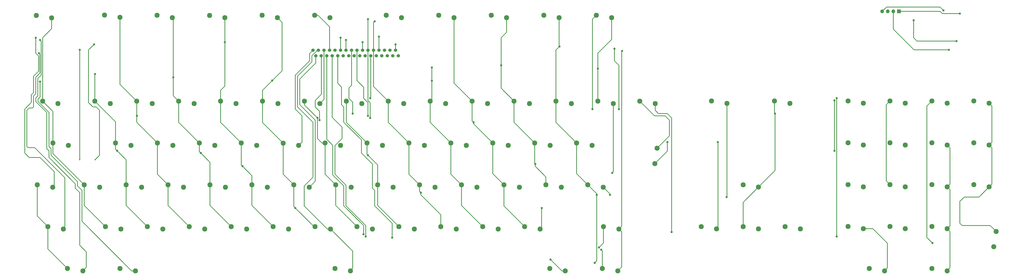
<source format=gbr>
%TF.GenerationSoftware,KiCad,Pcbnew,8.0.4*%
%TF.CreationDate,2024-08-13T11:23:36+10:00*%
%TF.ProjectId,A1200KBv2,41313230-304b-4427-9632-2e6b69636164,rev?*%
%TF.SameCoordinates,Original*%
%TF.FileFunction,Copper,L2,Bot*%
%TF.FilePolarity,Positive*%
%FSLAX46Y46*%
G04 Gerber Fmt 4.6, Leading zero omitted, Abs format (unit mm)*
G04 Created by KiCad (PCBNEW 8.0.4) date 2024-08-13 11:23:36*
%MOMM*%
%LPD*%
G01*
G04 APERTURE LIST*
%TA.AperFunction,ComponentPad*%
%ADD10C,2.300000*%
%TD*%
%TA.AperFunction,ComponentPad*%
%ADD11R,1.700000X1.700000*%
%TD*%
%TA.AperFunction,ComponentPad*%
%ADD12O,1.700000X1.700000*%
%TD*%
%TA.AperFunction,ComponentPad*%
%ADD13C,1.524000*%
%TD*%
%TA.AperFunction,ViaPad*%
%ADD14C,1.000000*%
%TD*%
%TA.AperFunction,ViaPad*%
%ADD15C,0.600000*%
%TD*%
%TA.AperFunction,Conductor*%
%ADD16C,0.300000*%
%TD*%
G04 APERTURE END LIST*
D10*
%TO.P,K60,1,COL*%
%TO.N,/25*%
X270232800Y-141020400D03*
%TO.P,K60,2,ROW*%
%TO.N,/3*%
X277232800Y-142070400D03*
%TD*%
%TO.P,K8,1,COL*%
%TO.N,/16*%
X84304800Y-102920400D03*
%TO.P,K8,2,ROW*%
%TO.N,/1*%
X91304800Y-103970400D03*
%TD*%
%TO.P,K56,1,COL*%
%TO.N,/26*%
X262014800Y-45813600D03*
%TO.P,K56,2,ROW*%
%TO.N,/7*%
X255014800Y-44763600D03*
%TD*%
%TO.P,K64,1,COL*%
%TO.N,/27*%
X293854800Y-102920400D03*
%TO.P,K64,2,ROW*%
%TO.N,/1*%
X300854800Y-103970400D03*
%TD*%
%TO.P,K68,1,COL*%
%TO.N,/28*%
X309766800Y-45813600D03*
%TO.P,K68,2,ROW*%
%TO.N,/7*%
X302766800Y-44763600D03*
%TD*%
%TO.P,K53,1,COL*%
%TO.N,/25*%
X255754800Y-102920400D03*
%TO.P,K53,2,ROW*%
%TO.N,/1*%
X262754800Y-103970400D03*
%TD*%
%TO.P,K81,1,COL*%
%TO.N,/26*%
X417158800Y-121872000D03*
%TO.P,K81,2,ROW*%
%TO.N,/4*%
X424158800Y-122922000D03*
%TD*%
%TO.P,K26,1,COL*%
%TO.N,/18*%
X136882800Y-141020400D03*
%TO.P,K26,2,ROW*%
%TO.N,/3*%
X143882800Y-142070400D03*
%TD*%
%TO.P,K41,1,COL*%
%TO.N,/21*%
X194032800Y-141020400D03*
%TO.P,K41,2,ROW*%
%TO.N,/3*%
X201032800Y-142070400D03*
%TD*%
%TO.P,K34,1,COL*%
%TO.N,/21*%
X170156800Y-83870400D03*
%TO.P,K34,2,ROW*%
%TO.N,/5*%
X177156800Y-84920400D03*
%TD*%
%TO.P,K13,1,COL*%
%TO.N,/17*%
X93956800Y-83870400D03*
%TO.P,K13,2,ROW*%
%TO.N,/5*%
X100956800Y-84920400D03*
%TD*%
%TO.P,K58,1,COL*%
%TO.N,/26*%
X274804800Y-102920400D03*
%TO.P,K58,2,ROW*%
%TO.N,/1*%
X281804800Y-103970400D03*
%TD*%
%TO.P,K52,1,COL*%
%TO.N,/25*%
X246356800Y-83870400D03*
%TO.P,K52,2,ROW*%
%TO.N,/5*%
X253356800Y-84920400D03*
%TD*%
%TO.P,K18,1,COL*%
%TO.N,/18*%
X113006800Y-83870400D03*
%TO.P,K18,2,ROW*%
%TO.N,/5*%
X120006800Y-84920400D03*
%TD*%
%TO.P,K88,1,COL*%
%TO.N,/24*%
X455258800Y-83772000D03*
%TO.P,K88,2,ROW*%
%TO.N,/7*%
X462258800Y-84822000D03*
%TD*%
%TO.P,K51,1,COL*%
%TO.N,/25*%
X238138800Y-45813600D03*
%TO.P,K51,2,ROW*%
%TO.N,/7*%
X231138800Y-44763600D03*
%TD*%
%TO.P,K12,1,COL*%
%TO.N,/30*%
X86336800Y-160070400D03*
%TO.P,K12,2,ROW*%
%TO.N,/14*%
X93336800Y-161120400D03*
%TD*%
%TO.P,K70,1,COL*%
%TO.N,/27*%
X298934800Y-121970400D03*
%TO.P,K70,2,ROW*%
%TO.N,/2*%
X305934800Y-123020400D03*
%TD*%
%TO.P,K2,1,COL*%
%TO.N,/15*%
X51128800Y-83870400D03*
%TO.P,K2,2,ROW*%
%TO.N,/5*%
X58128800Y-84920400D03*
%TD*%
%TO.P,K25,1,COL*%
%TO.N,/18*%
X127230800Y-121970400D03*
%TO.P,K25,2,ROW*%
%TO.N,/2*%
X134230800Y-123020400D03*
%TD*%
%TO.P,K17,1,COL*%
%TO.N,/18*%
X110122800Y-45813600D03*
%TO.P,K17,2,ROW*%
%TO.N,/7*%
X103122800Y-44763600D03*
%TD*%
%TO.P,K49,1,COL*%
%TO.N,/23*%
X222480800Y-121970400D03*
%TO.P,K49,2,ROW*%
%TO.N,/2*%
X229480800Y-123020400D03*
%TD*%
%TO.P,K24,1,COL*%
%TO.N,/19*%
X141454800Y-102920400D03*
%TO.P,K24,2,ROW*%
%TO.N,/1*%
X148454800Y-103970400D03*
%TD*%
%TO.P,K43,1,COL*%
%TO.N,/23*%
X208256800Y-83870400D03*
%TO.P,K43,2,ROW*%
%TO.N,/5*%
X215256800Y-84920400D03*
%TD*%
%TO.P,K47,1,COL*%
%TO.N,/24*%
X227306800Y-83870400D03*
%TO.P,K47,2,ROW*%
%TO.N,/5*%
X234306800Y-84920400D03*
%TD*%
%TO.P,K48,1,COL*%
%TO.N,/24*%
X236704800Y-102920400D03*
%TO.P,K48,2,ROW*%
%TO.N,/1*%
X243704800Y-103970400D03*
%TD*%
%TO.P,K69,1,COL*%
%TO.N,/28*%
X303506800Y-83870400D03*
%TO.P,K69,2,ROW*%
%TO.N,/5*%
X310506800Y-84920400D03*
%TD*%
%TO.P,K85,1,COL*%
%TO.N,/21*%
X436208800Y-102822000D03*
%TO.P,K85,2,ROW*%
%TO.N,/4*%
X443208800Y-103872000D03*
%TD*%
%TO.P,K35,1,COL*%
%TO.N,/21*%
X179554800Y-102920400D03*
%TO.P,K35,2,ROW*%
%TO.N,/1*%
X186554800Y-103970400D03*
%TD*%
%TO.P,K40,1,COL*%
%TO.N,/21*%
X184380800Y-121970400D03*
%TO.P,K40,2,ROW*%
%TO.N,/2*%
X191380800Y-123020400D03*
%TD*%
%TO.P,K37,1,COL*%
%TO.N,/20*%
X174982800Y-141020400D03*
%TO.P,K37,2,ROW*%
%TO.N,/3*%
X181982800Y-142070400D03*
%TD*%
%TO.P,K20,1,COL*%
%TO.N,/17*%
X108180800Y-121970400D03*
%TO.P,K20,2,ROW*%
%TO.N,/2*%
X115180800Y-123020400D03*
%TD*%
%TO.P,K75,1,COL*%
%TO.N,/5*%
X369480000Y-121919600D03*
%TO.P,K75,2,ROW*%
%TO.N,/29*%
X376480000Y-122969600D03*
%TD*%
%TO.P,K67,1,COL*%
%TO.N,/8*%
X305538800Y-160070400D03*
%TO.P,K67,2,ROW*%
%TO.N,/30*%
X312538800Y-161120400D03*
%TD*%
%TO.P,K7,1,COL*%
%TO.N,/16*%
X74906800Y-83870400D03*
%TO.P,K7,2,ROW*%
%TO.N,/5*%
X81906800Y-84920400D03*
%TD*%
%TO.P,K76,1,COL*%
%TO.N,/29*%
X369480000Y-140969600D03*
%TO.P,K76,2,ROW*%
%TO.N,/3*%
X376480000Y-142019600D03*
%TD*%
%TO.P,K5,1,COL*%
%TO.N,/30*%
X53570800Y-141020400D03*
%TO.P,K5,2,ROW*%
%TO.N,/12*%
X60570800Y-142070400D03*
%TD*%
%TO.P,K9,1,COL*%
%TO.N,/15*%
X70080800Y-121970400D03*
%TO.P,K9,2,ROW*%
%TO.N,/2*%
X77080800Y-123020400D03*
%TD*%
%TO.P,K71,1,COL*%
%TO.N,/1*%
X329345800Y-112297400D03*
%TO.P,K71,2,ROW*%
%TO.N,/28*%
X330395800Y-105297400D03*
%TD*%
%TO.P,K77,1,COL*%
%TO.N,/29*%
X383754000Y-83805600D03*
%TO.P,K77,2,ROW*%
%TO.N,/7*%
X390754000Y-84855600D03*
%TD*%
%TO.P,K31,1,COL*%
%TO.N,/19*%
X155932800Y-141020400D03*
%TO.P,K31,2,ROW*%
%TO.N,/3*%
X162932800Y-142070400D03*
%TD*%
%TO.P,K19,1,COL*%
%TO.N,/18*%
X122404800Y-102920400D03*
%TO.P,K19,2,ROW*%
%TO.N,/1*%
X129404800Y-103970400D03*
%TD*%
%TO.P,K73,1,COL*%
%TO.N,/29*%
X350430000Y-140969600D03*
%TO.P,K73,2,ROW*%
%TO.N,/1*%
X357430000Y-142019600D03*
%TD*%
%TO.P,K32,1,COL*%
%TO.N,/27*%
X184000050Y-160070400D03*
%TO.P,K32,2,ROW*%
%TO.N,/3*%
X191000050Y-161120400D03*
%TD*%
%TO.P,K86,1,COL*%
%TO.N,/22*%
X436208800Y-121872000D03*
%TO.P,K86,2,ROW*%
%TO.N,/4*%
X443208800Y-122922000D03*
%TD*%
%TO.P,K90,1,COL*%
%TO.N,/18*%
X455258800Y-121872000D03*
%TO.P,K90,2,ROW*%
%TO.N,/4*%
X462258800Y-122922000D03*
%TD*%
%TO.P,K57,1,COL*%
%TO.N,/26*%
X265406800Y-83870400D03*
%TO.P,K57,2,ROW*%
%TO.N,/5*%
X272406800Y-84920400D03*
%TD*%
%TO.P,K59,1,COL*%
%TO.N,/25*%
X260834800Y-121970400D03*
%TO.P,K59,2,ROW*%
%TO.N,/2*%
X267834800Y-123020400D03*
%TD*%
%TO.P,K15,1,COL*%
%TO.N,/16*%
X89130800Y-121970400D03*
%TO.P,K15,2,ROW*%
%TO.N,/2*%
X96130800Y-123020400D03*
%TD*%
%TO.P,K33,1,COL*%
%TO.N,/21*%
X181750800Y-45813600D03*
%TO.P,K33,2,ROW*%
%TO.N,/7*%
X174750800Y-44763600D03*
%TD*%
%TO.P,K29,1,COL*%
%TO.N,/20*%
X160504800Y-102999200D03*
%TO.P,K29,2,ROW*%
%TO.N,/1*%
X167504800Y-104049200D03*
%TD*%
%TO.P,K16,1,COL*%
%TO.N,/16*%
X98782800Y-141020400D03*
%TO.P,K16,2,ROW*%
%TO.N,/3*%
X105782800Y-142070400D03*
%TD*%
%TO.P,K93,1,COL*%
%TO.N,/15*%
X474308800Y-83772000D03*
%TO.P,K93,2,ROW*%
%TO.N,/4*%
X481308800Y-84822000D03*
%TD*%
%TO.P,K54,1,COL*%
%TO.N,/24*%
X241530800Y-121970400D03*
%TO.P,K54,2,ROW*%
%TO.N,/2*%
X248530800Y-123020400D03*
%TD*%
%TO.P,K28,1,COL*%
%TO.N,/20*%
X151106800Y-83870400D03*
%TO.P,K28,2,ROW*%
%TO.N,/5*%
X158106800Y-84920400D03*
%TD*%
%TO.P,K27,1,COL*%
%TO.N,/20*%
X157874800Y-45813600D03*
%TO.P,K27,2,ROW*%
%TO.N,/7*%
X150874800Y-44763600D03*
%TD*%
%TO.P,K11,1,COL*%
%TO.N,/17*%
X86307200Y-45698400D03*
%TO.P,K11,2,ROW*%
%TO.N,/7*%
X79307200Y-44648400D03*
%TD*%
%TO.P,K55,1,COL*%
%TO.N,/24*%
X251176800Y-141042400D03*
%TO.P,K55,2,ROW*%
%TO.N,/3*%
X258176800Y-142092400D03*
%TD*%
%TO.P,K4,1,COL*%
%TO.N,/30*%
X48744800Y-121970400D03*
%TO.P,K4,2,ROW*%
%TO.N,/11*%
X55744800Y-123020400D03*
%TD*%
%TO.P,K92,1,COL*%
%TO.N,/20*%
X455258800Y-160070400D03*
%TO.P,K92,2,ROW*%
%TO.N,/4*%
X462258800Y-161120400D03*
%TD*%
%TO.P,K10,1,COL*%
%TO.N,/15*%
X79732800Y-141020400D03*
%TO.P,K10,2,ROW*%
%TO.N,/3*%
X86732800Y-142070400D03*
%TD*%
%TO.P,K95,1,COL*%
%TO.N,/16*%
X474308800Y-121872000D03*
%TO.P,K95,2,ROW*%
%TO.N,/4*%
X481308800Y-122922000D03*
%TD*%
%TO.P,K65,1,COL*%
%TO.N,/26*%
X279884800Y-121970400D03*
%TO.P,K65,2,ROW*%
%TO.N,/2*%
X286884800Y-123020400D03*
%TD*%
%TO.P,K21,1,COL*%
%TO.N,/17*%
X117832800Y-141020400D03*
%TO.P,K21,2,ROW*%
%TO.N,/3*%
X124832800Y-142070400D03*
%TD*%
%TO.P,K74,1,COL*%
%TO.N,/28*%
X355158000Y-83805600D03*
%TO.P,K74,2,ROW*%
%TO.N,/2*%
X362158000Y-84855600D03*
%TD*%
%TO.P,K39,1,COL*%
%TO.N,/22*%
X198604800Y-102920400D03*
%TO.P,K39,2,ROW*%
%TO.N,/1*%
X205604800Y-103970400D03*
%TD*%
%TO.P,K23,1,COL*%
%TO.N,/19*%
X132056800Y-83870400D03*
%TO.P,K23,2,ROW*%
%TO.N,/5*%
X139056800Y-84920400D03*
%TD*%
%TO.P,K82,1,COL*%
%TO.N,/27*%
X417158800Y-140922000D03*
%TO.P,K82,2,ROW*%
%TO.N,/4*%
X424158800Y-141972000D03*
%TD*%
%TO.P,K87,1,COL*%
%TO.N,/23*%
X436208800Y-140922000D03*
%TO.P,K87,2,ROW*%
%TO.N,/4*%
X443208800Y-141972000D03*
%TD*%
%TO.P,K61,1,COL*%
%TO.N,/30*%
X281662800Y-160070400D03*
%TO.P,K61,2,ROW*%
%TO.N,/10*%
X288662800Y-161120400D03*
%TD*%
%TO.P,K66,1,COL*%
%TO.N,/6*%
X306046800Y-141020400D03*
%TO.P,K66,2,ROW*%
%TO.N,/30*%
X313046800Y-142070400D03*
%TD*%
%TO.P,K78,1,COL*%
%TO.N,/29*%
X388530000Y-140969600D03*
%TO.P,K78,2,ROW*%
%TO.N,/2*%
X395530000Y-142019600D03*
%TD*%
%TO.P,K80,1,COL*%
%TO.N,/25*%
X417158800Y-102822000D03*
%TO.P,K80,2,ROW*%
%TO.N,/4*%
X424158800Y-103872000D03*
%TD*%
%TO.P,K63,1,COL*%
%TO.N,/27*%
X284456800Y-83870400D03*
%TO.P,K63,2,ROW*%
%TO.N,/5*%
X291456800Y-84920400D03*
%TD*%
%TO.P,K22,1,COL*%
%TO.N,/19*%
X133998800Y-45841600D03*
%TO.P,K22,2,ROW*%
%TO.N,/7*%
X126998800Y-44791600D03*
%TD*%
%TO.P,K38,1,COL*%
%TO.N,/22*%
X189206800Y-83870400D03*
%TO.P,K38,2,ROW*%
%TO.N,/5*%
X196206800Y-84920400D03*
%TD*%
%TO.P,K14,1,COL*%
%TO.N,/17*%
X103354800Y-102920400D03*
%TO.P,K14,2,ROW*%
%TO.N,/1*%
X110354800Y-103970400D03*
%TD*%
%TO.P,K96,1,COL*%
%TO.N,/24*%
X483408800Y-150174000D03*
%TO.P,K96,2,ROW*%
%TO.N,/4*%
X484458800Y-143174000D03*
%TD*%
%TO.P,K83,1,COL*%
%TO.N,/28*%
X426810800Y-160070400D03*
%TO.P,K83,2,ROW*%
%TO.N,/4*%
X433810800Y-161120400D03*
%TD*%
%TO.P,K36,1,COL*%
%TO.N,/20*%
X165330800Y-121970400D03*
%TO.P,K36,2,ROW*%
%TO.N,/2*%
X172330800Y-123020400D03*
%TD*%
%TO.P,K42,1,COL*%
%TO.N,/23*%
X214256800Y-45813600D03*
%TO.P,K42,2,ROW*%
%TO.N,/7*%
X207256800Y-44763600D03*
%TD*%
%TO.P,K44,1,COL*%
%TO.N,/23*%
X217654800Y-102920400D03*
%TO.P,K44,2,ROW*%
%TO.N,/1*%
X224654800Y-103970400D03*
%TD*%
%TO.P,K84,1,COL*%
%TO.N,/22*%
X436208800Y-83772000D03*
%TO.P,K84,2,ROW*%
%TO.N,/7*%
X443208800Y-84822000D03*
%TD*%
%TO.P,K94,1,COL*%
%TO.N,/29*%
X474308800Y-102822000D03*
%TO.P,K94,2,ROW*%
%TO.N,/4*%
X481308800Y-103872000D03*
%TD*%
%TO.P,K50,1,COL*%
%TO.N,/23*%
X232136800Y-141022400D03*
%TO.P,K50,2,ROW*%
%TO.N,/3*%
X239136800Y-142072400D03*
%TD*%
%TO.P,K46,1,COL*%
%TO.N,/22*%
X213082800Y-141020400D03*
%TO.P,K46,2,ROW*%
%TO.N,/3*%
X220082800Y-142070400D03*
%TD*%
%TO.P,K89,1,COL*%
%TO.N,/17*%
X455258800Y-102822000D03*
%TO.P,K89,2,ROW*%
%TO.N,/4*%
X462258800Y-103872000D03*
%TD*%
%TO.P,K62,1,COL*%
%TO.N,/27*%
X285890800Y-45813600D03*
%TO.P,K62,2,ROW*%
%TO.N,/7*%
X278890800Y-44763600D03*
%TD*%
%TO.P,K45,1,COL*%
%TO.N,/22*%
X203430800Y-121970400D03*
%TO.P,K45,2,ROW*%
%TO.N,/2*%
X210430800Y-123020400D03*
%TD*%
%TO.P,K91,1,COL*%
%TO.N,/19*%
X455258800Y-140922000D03*
%TO.P,K91,2,ROW*%
%TO.N,/4*%
X462258800Y-141972000D03*
%TD*%
%TO.P,K30,1,COL*%
%TO.N,/19*%
X146280800Y-121970400D03*
%TO.P,K30,2,ROW*%
%TO.N,/2*%
X153280800Y-123020400D03*
%TD*%
%TO.P,K6,1,COL*%
%TO.N,/30*%
X62460800Y-160070400D03*
%TO.P,K6,2,ROW*%
%TO.N,/13*%
X69460800Y-161120400D03*
%TD*%
%TO.P,K79,1,COL*%
%TO.N,/16*%
X417158800Y-83772000D03*
%TO.P,K79,2,ROW*%
%TO.N,/7*%
X424158800Y-84822000D03*
%TD*%
%TO.P,K1,1,COL*%
%TO.N,/15*%
X55258800Y-45911600D03*
%TO.P,K1,2,ROW*%
%TO.N,/7*%
X48258800Y-44861600D03*
%TD*%
D11*
%TO.P,J2,1,Pin_1*%
%TO.N,Net-(D8-K)*%
X440300000Y-43000000D03*
D12*
%TO.P,J2,2,Pin_2*%
%TO.N,/LEDs/PWRLED*%
X437760000Y-43000000D03*
%TO.P,J2,3,Pin_3*%
%TO.N,Net-(J2-Pin_3)*%
X435220000Y-43000000D03*
%TO.P,J2,4,Pin_4*%
%TO.N,Net-(J2-Pin_4)*%
X432680000Y-43000000D03*
%TD*%
D10*
%TO.P,K72,1,COL*%
%TO.N,/28*%
X322556800Y-83870400D03*
%TO.P,K72,2,ROW*%
%TO.N,/3*%
X329556800Y-84920400D03*
%TD*%
%TO.P,K3,1,COL*%
%TO.N,/15*%
X55856800Y-102920400D03*
%TO.P,K3,2,ROW*%
%TO.N,/1*%
X62856800Y-103970400D03*
%TD*%
D13*
%TO.P,J1,1,Pin_1*%
%TO.N,/1*%
X174014800Y-60660100D03*
%TO.P,J1,2,Pin_2*%
%TO.N,/2*%
X175264800Y-63160100D03*
%TO.P,J1,3,Pin_3*%
%TO.N,/3*%
X176514800Y-60660100D03*
%TO.P,J1,4,Pin_4*%
%TO.N,/4*%
X177764800Y-63160100D03*
%TO.P,J1,5,Pin_5*%
%TO.N,/5*%
X179014800Y-60660100D03*
%TO.P,J1,6,Pin_6*%
%TO.N,/6*%
X180264800Y-63160100D03*
%TO.P,J1,7,Pin_7*%
%TO.N,/7*%
X181514800Y-60660100D03*
%TO.P,J1,8,Pin_8*%
%TO.N,/8*%
X182764800Y-63160100D03*
%TO.P,J1,9,Pin_9*%
%TO.N,VCC*%
X184014800Y-60660100D03*
%TO.P,J1,10,Pin_10*%
%TO.N,/10*%
X185264800Y-63160100D03*
%TO.P,J1,11,Pin_11*%
%TO.N,/11*%
X186514800Y-60660100D03*
%TO.P,J1,12,Pin_12*%
%TO.N,/12*%
X187764800Y-63160100D03*
%TO.P,J1,13,Pin_13*%
%TO.N,/13*%
X189014800Y-60660100D03*
%TO.P,J1,14,Pin_14*%
%TO.N,/14*%
X190264800Y-63160100D03*
%TO.P,J1,15,Pin_15*%
%TO.N,/15*%
X191514800Y-60660100D03*
%TO.P,J1,16,Pin_16*%
%TO.N,/16*%
X192764800Y-63160100D03*
%TO.P,J1,17,Pin_17*%
%TO.N,/17*%
X194014800Y-60660100D03*
%TO.P,J1,18,Pin_18*%
%TO.N,/18*%
X195264800Y-63160100D03*
%TO.P,J1,19,Pin_19*%
%TO.N,/19*%
X196514800Y-60660100D03*
%TO.P,J1,20,Pin_20*%
%TO.N,/20*%
X197764800Y-63160100D03*
%TO.P,J1,21,Pin_21*%
%TO.N,/21*%
X199014800Y-60660100D03*
%TO.P,J1,22,Pin_22*%
%TO.N,/22*%
X200264800Y-63160100D03*
%TO.P,J1,23,Pin_23*%
%TO.N,/23*%
X201514800Y-60660100D03*
%TO.P,J1,24,Pin_24*%
%TO.N,/24*%
X202764800Y-63160100D03*
%TO.P,J1,25,Pin_25*%
%TO.N,/25*%
X204014800Y-60660100D03*
%TO.P,J1,26,Pin_26*%
%TO.N,/26*%
X205264800Y-63160100D03*
%TO.P,J1,27,Pin_27*%
%TO.N,/27*%
X206514800Y-60660100D03*
%TO.P,J1,28,Pin_28*%
%TO.N,/28*%
X207764800Y-63160100D03*
%TO.P,J1,29,Pin_29*%
%TO.N,/29*%
X209014800Y-60660100D03*
%TO.P,J1,30,Pin_30*%
%TO.N,/30*%
X210264800Y-63160100D03*
%TO.P,J1,31,Pin_31*%
%TO.N,{slash}CAPSLOCK*%
X211514800Y-60660100D03*
%TO.P,J1,32,Pin_32*%
%TO.N,unconnected-(J1-Pin_32-Pad32)*%
X212764800Y-63160100D03*
%TD*%
D14*
%TO.N,/7*%
X301014800Y-87503600D03*
%TO.N,/15*%
X192014800Y-89503600D03*
%TO.N,/5*%
X310014800Y-116503600D03*
%TO.N,/1*%
X358014800Y-102503600D03*
X335014800Y-102503600D03*
%TO.N,/30*%
X314500000Y-61000000D03*
%TO.N,/11*%
X186514800Y-55003600D03*
X48000000Y-55000000D03*
%TO.N,/12*%
X49500000Y-62000000D03*
%TO.N,/13*%
X50000000Y-56003600D03*
X189014800Y-56003600D03*
%TO.N,/16*%
X411014800Y-83503600D03*
X75000000Y-71500000D03*
X411014800Y-106503600D03*
X85014800Y-106503600D03*
%TO.N,/2*%
X309014800Y-126503600D03*
X362014800Y-127503600D03*
%TO.N,/3*%
X337014800Y-143503600D03*
X278014800Y-132503600D03*
%TO.N,/17*%
X199014800Y-90503600D03*
X94014800Y-90503600D03*
%TO.N,/14*%
X50000000Y-75000000D03*
%TO.N,/18*%
X110500000Y-73000000D03*
X123014800Y-107503600D03*
%TO.N,/19*%
X142014800Y-113503600D03*
X134014800Y-57003600D03*
X196514800Y-57003600D03*
%TO.N,/20*%
X155500000Y-74500000D03*
X166014800Y-132503600D03*
%TO.N,/27*%
X303000000Y-126500000D03*
X302014800Y-157503600D03*
X286000000Y-59000000D03*
%TO.N,/21*%
X200014800Y-91503600D03*
X199014800Y-46503600D03*
X176014800Y-91503600D03*
%TO.N,/22*%
X199014800Y-108503600D03*
X200014800Y-82503600D03*
%TO.N,/23*%
X223014800Y-125503600D03*
X202014800Y-47503600D03*
%TO.N,/24*%
X228014800Y-74503600D03*
X455500000Y-148500000D03*
X228014800Y-68503600D03*
%TO.N,/25*%
X204014800Y-54503600D03*
X247014800Y-93503600D03*
%TO.N,/26*%
X275014800Y-112503600D03*
X259500000Y-67503600D03*
%TO.N,/10*%
X282000000Y-156000000D03*
X210000000Y-146000000D03*
%TO.N,/6*%
X197000000Y-144500000D03*
X304014800Y-150503600D03*
%TO.N,/8*%
X198000000Y-145500000D03*
X305014800Y-151503600D03*
%TO.N,/28*%
X303500000Y-69000000D03*
X412014800Y-82503600D03*
X412014800Y-145503600D03*
%TO.N,/29*%
X384014800Y-89503600D03*
X311000000Y-60000000D03*
X313014800Y-87503600D03*
%TO.N,/4*%
X177014800Y-92503600D03*
%TO.N,Net-(D8-K)*%
X468000000Y-44000000D03*
%TO.N,Net-(D6-K)*%
X466500000Y-56500000D03*
X447000000Y-47000000D03*
D15*
%TO.N,{slash}CAPSLOCK*%
X75014800Y-110503600D03*
D14*
X74514800Y-58003600D03*
X211514800Y-58003600D03*
%TO.N,Net-(J2-Pin_4)*%
X460500000Y-42500000D03*
%TO.N,/LEDs/PWRLED*%
X463000000Y-60500000D03*
%TO.N,VCC*%
X68014800Y-60503600D03*
D15*
X68014800Y-110503600D03*
%TD*%
D16*
%TO.N,/7*%
X181514800Y-50003600D02*
X176274800Y-44763600D01*
X176274800Y-44763600D02*
X174750800Y-44763600D01*
X301014800Y-46515600D02*
X302766800Y-44763600D01*
X301014800Y-87503600D02*
X301014800Y-46515600D01*
X181514800Y-60660100D02*
X181514800Y-50003600D01*
%TO.N,/15*%
X55258800Y-50843149D02*
X51128800Y-54973149D01*
X55856800Y-107746400D02*
X70080800Y-121970400D01*
X190331800Y-77813851D02*
X190331800Y-82591236D01*
X191514800Y-76630851D02*
X190331800Y-77813851D01*
X70080800Y-131368400D02*
X79732800Y-141020400D01*
X55856800Y-102920400D02*
X55856800Y-107746400D01*
X190331800Y-82591236D02*
X192014800Y-84274236D01*
X70080800Y-121970400D02*
X70080800Y-131368400D01*
X191514800Y-60660100D02*
X191514800Y-76630851D01*
X51128800Y-83870400D02*
X55856800Y-88598400D01*
X51128800Y-54973149D02*
X51128800Y-83870400D01*
X55258800Y-45911600D02*
X55258800Y-50843149D01*
X55856800Y-88598400D02*
X55856800Y-102920400D01*
X192014800Y-84274236D02*
X192014800Y-89503600D01*
%TO.N,/5*%
X310506800Y-116011600D02*
X310014800Y-116503600D01*
X310506800Y-84920400D02*
X310506800Y-116011600D01*
X179014800Y-83062400D02*
X177156800Y-84920400D01*
X179014800Y-60660100D02*
X179014800Y-83062400D01*
%TO.N,/1*%
X167504800Y-104049200D02*
X169014800Y-102539200D01*
X172514800Y-62160100D02*
X174014800Y-60660100D01*
X329345800Y-112297400D02*
X335014800Y-106628400D01*
X358105000Y-141344600D02*
X357430000Y-142019600D01*
X172514800Y-65503600D02*
X172514800Y-62160100D01*
X166014800Y-87503600D02*
X166014800Y-72003600D01*
X358105000Y-102593800D02*
X358105000Y-141344600D01*
X358014800Y-102503600D02*
X358105000Y-102593800D01*
X169014800Y-90503600D02*
X166014800Y-87503600D01*
X169014800Y-102539200D02*
X169014800Y-90503600D01*
X166014800Y-72003600D02*
X172514800Y-65503600D01*
X335014800Y-106628400D02*
X335014800Y-102503600D01*
%TO.N,/30*%
X53570800Y-141020400D02*
X53570800Y-151180400D01*
X313046800Y-142070400D02*
X314296799Y-140820401D01*
X314296799Y-61203201D02*
X314500000Y-61000000D01*
X314296799Y-140820401D02*
X314296799Y-61203201D01*
X314296799Y-143320399D02*
X314296799Y-159362401D01*
X313046800Y-142070400D02*
X314296799Y-143320399D01*
X53570800Y-151180400D02*
X62460800Y-160070400D01*
X314296799Y-159362401D02*
X312538800Y-161120400D01*
X48744800Y-121970400D02*
X48744800Y-136194400D01*
X48744800Y-136194400D02*
X53570800Y-141020400D01*
%TO.N,/11*%
X46014800Y-84485200D02*
X43000000Y-87500000D01*
X46014800Y-80985200D02*
X46014800Y-84485200D01*
X47000000Y-72500000D02*
X47000000Y-80000000D01*
X49300000Y-70200000D02*
X47000000Y-72500000D01*
X43000000Y-107488800D02*
X45014800Y-109503600D01*
X47000000Y-80000000D02*
X46014800Y-80985200D01*
X48000000Y-55000000D02*
X48000000Y-62000000D01*
X56419800Y-115908600D02*
X56419800Y-122345400D01*
X186514800Y-60660100D02*
X186514800Y-55003600D01*
X50014800Y-109503600D02*
X56419800Y-115908600D01*
X49300000Y-63300000D02*
X49300000Y-70200000D01*
X45014800Y-109503600D02*
X50014800Y-109503600D01*
X56419800Y-122345400D02*
X55744800Y-123020400D01*
X43000000Y-87500000D02*
X43000000Y-107488800D01*
X48000000Y-62000000D02*
X49300000Y-63300000D01*
%TO.N,/12*%
X47014800Y-86485200D02*
X47014800Y-82014800D01*
X60570800Y-142070400D02*
X61245800Y-141395400D01*
X44000000Y-104500000D02*
X44000000Y-88000000D01*
X47000000Y-81500000D02*
X48000000Y-80500000D01*
X44500000Y-105000000D02*
X44000000Y-104500000D01*
X61245800Y-141395400D02*
X61245800Y-118734600D01*
X47014800Y-82014800D02*
X47000000Y-82000000D01*
X61245800Y-118734600D02*
X47511200Y-105000000D01*
X48000000Y-73000000D02*
X49900000Y-71100000D01*
X44000000Y-88000000D02*
X45000000Y-87000000D01*
X47511200Y-105000000D02*
X44500000Y-105000000D01*
X47000000Y-82000000D02*
X47000000Y-81500000D01*
X48000000Y-80500000D02*
X48000000Y-73000000D01*
X49900000Y-62400000D02*
X49500000Y-62000000D01*
X45000000Y-87000000D02*
X46500000Y-87000000D01*
X49900000Y-71100000D02*
X49900000Y-62400000D01*
X46500000Y-87000000D02*
X47014800Y-86485200D01*
%TO.N,/13*%
X54014800Y-109503600D02*
X66014800Y-121503600D01*
X48000000Y-83000000D02*
X48014800Y-83014800D01*
X68014800Y-149503600D02*
X71014800Y-152503600D01*
X66014800Y-121503600D02*
X66014800Y-123503600D01*
X49000000Y-81500000D02*
X48000000Y-82500000D01*
X50003600Y-56003600D02*
X50500000Y-56500000D01*
X54014800Y-106503600D02*
X54014800Y-109503600D01*
X50000000Y-56003600D02*
X50003600Y-56003600D01*
X48014800Y-84014800D02*
X53014800Y-89014800D01*
X53014800Y-89014800D02*
X53014800Y-105503600D01*
X66014800Y-123503600D02*
X68014800Y-125503600D01*
X49000000Y-73500000D02*
X49000000Y-81500000D01*
X48014800Y-83014800D02*
X48014800Y-84014800D01*
X71014800Y-152503600D02*
X71014800Y-159566400D01*
X50500000Y-72000000D02*
X49000000Y-73500000D01*
X189014800Y-60660100D02*
X189014800Y-56003600D01*
X53014800Y-105503600D02*
X54014800Y-106503600D01*
X71014800Y-159566400D02*
X69460800Y-161120400D01*
X48000000Y-82500000D02*
X48000000Y-83000000D01*
X50500000Y-56500000D02*
X50500000Y-72000000D01*
X68014800Y-125503600D02*
X68014800Y-149503600D01*
%TO.N,/16*%
X411014800Y-83503600D02*
X411014800Y-106503600D01*
X74906800Y-83870400D02*
X84304800Y-93268400D01*
X89130800Y-121970400D02*
X89130800Y-131368400D01*
X85014800Y-106503600D02*
X89130800Y-110619600D01*
X89130800Y-131368400D02*
X98782800Y-141020400D01*
X84304800Y-105793600D02*
X85014800Y-106503600D01*
X89130800Y-110619600D02*
X89130800Y-121970400D01*
X84304800Y-93268400D02*
X84304800Y-102920400D01*
X84304800Y-102920400D02*
X84304800Y-105793600D01*
X74906800Y-83870400D02*
X74906800Y-71593200D01*
X74906800Y-71593200D02*
X75000000Y-71500000D01*
%TO.N,/2*%
X309014800Y-126100400D02*
X305934800Y-123020400D01*
X175014800Y-92503600D02*
X175014800Y-120336400D01*
X168014800Y-73753600D02*
X168014800Y-85503600D01*
X362158000Y-127360400D02*
X362014800Y-127503600D01*
X175014800Y-120336400D02*
X172330800Y-123020400D01*
X175264800Y-66503600D02*
X168014800Y-73753600D01*
X168014800Y-85503600D02*
X175014800Y-92503600D01*
X362158000Y-84855600D02*
X362158000Y-127360400D01*
X175264800Y-66503600D02*
X175264800Y-63160100D01*
X309014800Y-126503600D02*
X309014800Y-126100400D01*
%TO.N,/3*%
X167014800Y-86503600D02*
X174014800Y-93503600D01*
X337014800Y-91503600D02*
X337014800Y-143503600D01*
X181982800Y-142070400D02*
X192014800Y-152102400D01*
X329556800Y-88045600D02*
X331014800Y-89503600D01*
X192014800Y-152102400D02*
X192014800Y-159978400D01*
X174014800Y-93503600D02*
X174014800Y-118503600D01*
X174014800Y-118503600D02*
X170014800Y-122503600D01*
X176050773Y-60660100D02*
X173514800Y-63196073D01*
X176514800Y-60660100D02*
X176050773Y-60660100D01*
X173514800Y-66003600D02*
X167014800Y-72503600D01*
X278014800Y-132503600D02*
X277907800Y-132610600D01*
X329556800Y-84920400D02*
X329556800Y-88045600D01*
X331014800Y-89503600D02*
X335014800Y-89503600D01*
X173514800Y-63196073D02*
X173514800Y-66003600D01*
X170014800Y-122503600D02*
X170014800Y-131583949D01*
X277907800Y-141395400D02*
X277232800Y-142070400D01*
X180501251Y-142070400D02*
X181982800Y-142070400D01*
X192014800Y-159978400D02*
X190872800Y-161120400D01*
X170014800Y-131583949D02*
X180501251Y-142070400D01*
X167014800Y-72503600D02*
X167014800Y-86503600D01*
X335014800Y-89503600D02*
X337014800Y-91503600D01*
X277907800Y-132610600D02*
X277907800Y-141395400D01*
%TO.N,/17*%
X197014800Y-77503600D02*
X194014800Y-74503600D01*
X93956800Y-93522400D02*
X103354800Y-102920400D01*
X93956800Y-83870400D02*
X93956800Y-93522400D01*
X199014800Y-84503600D02*
X197014800Y-82503600D01*
X199014800Y-90503600D02*
X199014800Y-84503600D01*
X197014800Y-82503600D02*
X197014800Y-77503600D01*
X103354800Y-102920400D02*
X103354800Y-117144400D01*
X103354800Y-117144400D02*
X108180800Y-121970400D01*
X86307200Y-45698400D02*
X86307200Y-76220800D01*
X86307200Y-76220800D02*
X93956800Y-83870400D01*
X108180800Y-121970400D02*
X108180800Y-131368400D01*
X194014800Y-74503600D02*
X194014800Y-60660100D01*
X108180800Y-131368400D02*
X117832800Y-141020400D01*
%TO.N,/14*%
X67014800Y-122503600D02*
X69014800Y-124503600D01*
X91569034Y-161120400D02*
X93336800Y-161120400D01*
X55014800Y-108503600D02*
X67014800Y-120503600D01*
X55014800Y-105503600D02*
X55014800Y-108503600D01*
X50000000Y-82000000D02*
X49014800Y-82985200D01*
X50000000Y-75000000D02*
X50000000Y-82000000D01*
X50466058Y-85470400D02*
X50470400Y-85470400D01*
X49014800Y-84019142D02*
X50466058Y-85470400D01*
X69014800Y-124503600D02*
X69014800Y-138566166D01*
X69014800Y-138566166D02*
X91569034Y-161120400D01*
X50470400Y-85470400D02*
X54014800Y-89014800D01*
X54014800Y-104503600D02*
X55014800Y-105503600D01*
X54014800Y-89014800D02*
X54014800Y-104503600D01*
X49014800Y-82985200D02*
X49014800Y-84019142D01*
X67014800Y-120503600D02*
X67014800Y-122503600D01*
%TO.N,/18*%
X127230800Y-111719600D02*
X127230800Y-121970400D01*
X127230800Y-131368400D02*
X136882800Y-141020400D01*
X113006800Y-83870400D02*
X110500000Y-81363600D01*
X122404800Y-106893600D02*
X123014800Y-107503600D01*
X110500000Y-81363600D02*
X110500000Y-73000000D01*
X113006800Y-93522400D02*
X122404800Y-102920400D01*
X113006800Y-83870400D02*
X113006800Y-93522400D01*
X110500000Y-46190800D02*
X110122800Y-45813600D01*
X123014800Y-107503600D02*
X127230800Y-111719600D01*
X110500000Y-73000000D02*
X110500000Y-46190800D01*
X127230800Y-121970400D02*
X127230800Y-131368400D01*
X122404800Y-102920400D02*
X122404800Y-106893600D01*
%TO.N,/19*%
X141454800Y-102920400D02*
X141454800Y-112943600D01*
X146280800Y-131368400D02*
X155932800Y-141020400D01*
X132056800Y-78938851D02*
X132056800Y-83870400D01*
X196514800Y-60660100D02*
X196514800Y-57003600D01*
X132056800Y-93522400D02*
X141454800Y-102920400D01*
X141454800Y-112943600D02*
X142014800Y-113503600D01*
X146280800Y-121970400D02*
X146280800Y-131368400D01*
X142014800Y-113503600D02*
X146280800Y-117769600D01*
X132056800Y-83870400D02*
X132056800Y-93522400D01*
X133998800Y-45841600D02*
X133998800Y-76996851D01*
X133998800Y-76996851D02*
X132056800Y-78938851D01*
X146280800Y-117769600D02*
X146280800Y-121970400D01*
%TO.N,/20*%
X174531600Y-141020400D02*
X174982800Y-141020400D01*
X151106800Y-78938851D02*
X160000000Y-70045651D01*
X160000000Y-47938800D02*
X157874800Y-45813600D01*
X151106800Y-83870400D02*
X151106800Y-78938851D01*
X166014800Y-132503600D02*
X174531600Y-141020400D01*
X151106800Y-83870400D02*
X151106800Y-93601200D01*
X160504800Y-102999200D02*
X160504800Y-117144400D01*
X165330800Y-131819600D02*
X166014800Y-132503600D01*
X151106800Y-93601200D02*
X160504800Y-102999200D01*
X165330800Y-121970400D02*
X165330800Y-131819600D01*
X160504800Y-117144400D02*
X165330800Y-121970400D01*
X160000000Y-70045651D02*
X160000000Y-47938800D01*
%TO.N,/27*%
X285890800Y-58890800D02*
X286000000Y-59000000D01*
X293854800Y-102920400D02*
X293854800Y-116890400D01*
X285890800Y-45813600D02*
X285890800Y-58890800D01*
X284456800Y-93522400D02*
X293854800Y-102920400D01*
X303000000Y-126500000D02*
X303000000Y-156518400D01*
X303000000Y-126035600D02*
X303000000Y-126500000D01*
X286000000Y-59000000D02*
X284456800Y-60543200D01*
X293854800Y-116890400D02*
X298934800Y-121970400D01*
X303000000Y-156518400D02*
X302014800Y-157503600D01*
X298934800Y-121970400D02*
X303000000Y-126035600D01*
X284456800Y-60543200D02*
X284456800Y-83870400D01*
X284456800Y-83870400D02*
X284456800Y-93522400D01*
%TO.N,/21*%
X199014800Y-83655072D02*
X200014800Y-84655072D01*
X199014800Y-64003600D02*
X199014800Y-46503600D01*
X170156800Y-85645600D02*
X176014800Y-91503600D01*
X199014800Y-64003600D02*
X199014800Y-83655072D01*
X200014800Y-84655072D02*
X200014800Y-91503600D01*
X179554800Y-102920400D02*
X179554800Y-117144400D01*
X178088097Y-102920400D02*
X179554800Y-102920400D01*
X184380800Y-131368400D02*
X194032800Y-141020400D01*
X179554800Y-117144400D02*
X184380800Y-121970400D01*
X176014800Y-91503600D02*
X176014800Y-100847103D01*
X184380800Y-121970400D02*
X184380800Y-131368400D01*
X170156800Y-83870400D02*
X170156800Y-85645600D01*
X176014800Y-100847103D02*
X178088097Y-102920400D01*
%TO.N,/22*%
X198604800Y-102920400D02*
X198604800Y-108093600D01*
X198604800Y-108093600D02*
X199014800Y-108503600D01*
X189206800Y-93522400D02*
X198604800Y-102920400D01*
X200264800Y-82253600D02*
X200014800Y-82503600D01*
X203430800Y-131368400D02*
X213082800Y-141020400D01*
X434508800Y-85472000D02*
X434508800Y-120172000D01*
X434508800Y-120172000D02*
X436208800Y-121872000D01*
X203430800Y-121970400D02*
X203430800Y-131368400D01*
X203430800Y-112919600D02*
X203430800Y-121970400D01*
X436208800Y-83772000D02*
X434508800Y-85472000D01*
X200264800Y-63160100D02*
X200264800Y-82253600D01*
X189206800Y-83870400D02*
X189206800Y-93522400D01*
X199014800Y-108503600D02*
X203430800Y-112919600D01*
%TO.N,/23*%
X201514800Y-77128400D02*
X208256800Y-83870400D01*
X201514800Y-64003600D02*
X201514800Y-48003600D01*
X223014800Y-126503600D02*
X232136800Y-135625600D01*
X217654800Y-102920400D02*
X217654800Y-117144400D01*
X201514800Y-64003600D02*
X201514800Y-77128400D01*
X208256800Y-83870400D02*
X208256800Y-93522400D01*
X222480800Y-121970400D02*
X222480800Y-124969600D01*
X208256800Y-93522400D02*
X217654800Y-102920400D01*
X222480800Y-124969600D02*
X223014800Y-125503600D01*
X223014800Y-125503600D02*
X223014800Y-126503600D01*
X217654800Y-117144400D02*
X222480800Y-121970400D01*
X201514800Y-48003600D02*
X202014800Y-47503600D01*
X232136800Y-135625600D02*
X232136800Y-141022400D01*
%TO.N,/24*%
X453000000Y-146000000D02*
X455500000Y-148500000D01*
X227306800Y-83870400D02*
X227306800Y-93522400D01*
X228014800Y-83162400D02*
X227306800Y-83870400D01*
X455258800Y-83772000D02*
X453000000Y-86030800D01*
X241530800Y-131396400D02*
X251176800Y-141042400D01*
X236704800Y-102920400D02*
X236704800Y-117144400D01*
X228014800Y-68503600D02*
X228014800Y-74503600D01*
X228014800Y-74503600D02*
X228014800Y-83162400D01*
X227306800Y-93522400D02*
X236704800Y-102920400D01*
X453000000Y-86030800D02*
X453000000Y-146000000D01*
X236704800Y-117144400D02*
X241530800Y-121970400D01*
X483079200Y-150503600D02*
X483408800Y-150174000D01*
X241530800Y-121970400D02*
X241530800Y-131396400D01*
%TO.N,/25*%
X247014800Y-93503600D02*
X247014800Y-94180400D01*
X260834800Y-121970400D02*
X260834800Y-131622400D01*
X204014800Y-54503600D02*
X204014800Y-60660100D01*
X238138800Y-45813600D02*
X238138800Y-75652400D01*
X247014800Y-94180400D02*
X255754800Y-102920400D01*
X255754800Y-102920400D02*
X255754800Y-116890400D01*
X255754800Y-116890400D02*
X260834800Y-121970400D01*
X246356800Y-92845600D02*
X247014800Y-93503600D01*
X238138800Y-75652400D02*
X246356800Y-83870400D01*
X260834800Y-131622400D02*
X270232800Y-141020400D01*
X246356800Y-83870400D02*
X246356800Y-92845600D01*
%TO.N,/26*%
X262000000Y-52500000D02*
X262000000Y-51500000D01*
X262000000Y-51500000D02*
X262014800Y-51485200D01*
X265406800Y-83870400D02*
X259500000Y-77963600D01*
X259500000Y-55000000D02*
X262000000Y-52500000D01*
X262014800Y-51485200D02*
X262014800Y-45813600D01*
X259500000Y-77963600D02*
X259500000Y-67503600D01*
X265406800Y-93522400D02*
X274804800Y-102920400D01*
X274804800Y-112293600D02*
X275014800Y-112503600D01*
X259500000Y-67503600D02*
X259500000Y-55000000D01*
X265406800Y-83870400D02*
X265406800Y-93522400D01*
X274804800Y-102920400D02*
X274804800Y-112293600D01*
X275014800Y-113503600D02*
X279884800Y-118373600D01*
X275014800Y-112503600D02*
X275014800Y-113503600D01*
X279884800Y-118373600D02*
X279884800Y-121970400D01*
%TO.N,/10*%
X202014800Y-124503600D02*
X201014800Y-123503600D01*
X287120400Y-161120400D02*
X282000000Y-156000000D01*
X187014800Y-85503600D02*
X187014800Y-77503600D01*
X288662800Y-161120400D02*
X287120400Y-161120400D01*
X210014800Y-145985200D02*
X210000000Y-146000000D01*
X196014800Y-101503600D02*
X188014800Y-93503600D01*
X201014800Y-123503600D02*
X201014800Y-112503600D01*
X210014800Y-139503600D02*
X202014800Y-131503600D01*
X201014800Y-112503600D02*
X196014800Y-107503600D01*
X210014800Y-139503600D02*
X210014800Y-145985200D01*
X188014800Y-93503600D02*
X188014800Y-86503600D01*
X188014800Y-86503600D02*
X187014800Y-85503600D01*
X196014800Y-107503600D02*
X196014800Y-101503600D01*
X202014800Y-131503600D02*
X202014800Y-124503600D01*
X185264800Y-75753600D02*
X185264800Y-63160100D01*
X187014800Y-77503600D02*
X185264800Y-75753600D01*
%TO.N,/6*%
X188014800Y-131503600D02*
X188014800Y-122503600D01*
X197014800Y-140503600D02*
X188014800Y-131503600D01*
X183014800Y-103976236D02*
X180264800Y-101226236D01*
X197014800Y-144485200D02*
X197000000Y-144500000D01*
X304014800Y-150503600D02*
X306046800Y-148471600D01*
X188014800Y-122503600D02*
X183014800Y-117503600D01*
X197014800Y-140503600D02*
X197014800Y-144485200D01*
X306046800Y-148471600D02*
X306046800Y-141020400D01*
X180264800Y-101226236D02*
X180264800Y-63160100D01*
X183014800Y-117503600D02*
X183014800Y-103976236D01*
%TO.N,/8*%
X187229800Y-95718600D02*
X182764800Y-91253600D01*
X187229800Y-100891236D02*
X187229800Y-95718600D01*
X184014800Y-117135949D02*
X184014800Y-104106236D01*
X182764800Y-91253600D02*
X182764800Y-63160100D01*
X197990425Y-140509575D02*
X195014800Y-137533949D01*
X189014800Y-122135949D02*
X184014800Y-117135949D01*
X305538800Y-152027600D02*
X305014800Y-151503600D01*
X198000000Y-140519150D02*
X198000000Y-145500000D01*
X195014800Y-137503600D02*
X189014800Y-131503600D01*
X184014800Y-104106236D02*
X187229800Y-100891236D01*
X189014800Y-131503600D02*
X189014800Y-122135949D01*
X305538800Y-160070400D02*
X305538800Y-152027600D01*
X195014800Y-137533949D02*
X195014800Y-137503600D01*
%TO.N,/28*%
X303500000Y-69000000D02*
X303500000Y-70000000D01*
X309766800Y-55733200D02*
X309766800Y-45813600D01*
X303506800Y-68993200D02*
X303500000Y-69000000D01*
X303506800Y-70006800D02*
X303506800Y-83870400D01*
X329190000Y-90503600D02*
X334014800Y-90503600D01*
X412014800Y-82503600D02*
X412014800Y-145503600D01*
X336014800Y-99678400D02*
X330395800Y-105297400D01*
X322556800Y-83870400D02*
X329190000Y-90503600D01*
X303500000Y-70000000D02*
X303506800Y-70006800D01*
X303500000Y-62000000D02*
X309766800Y-55733200D01*
X336014800Y-92503600D02*
X336014800Y-99678400D01*
X334014800Y-90503600D02*
X336014800Y-92503600D01*
X303506800Y-62006800D02*
X303506800Y-68993200D01*
X303500000Y-62000000D02*
X303506800Y-62006800D01*
%TO.N,/29*%
X313014800Y-87503600D02*
X313014800Y-67514800D01*
X384014800Y-115434800D02*
X376480000Y-122969600D01*
X376480000Y-122969600D02*
X369480000Y-129969600D01*
X369480000Y-129969600D02*
X369480000Y-140969600D01*
X383754000Y-89242800D02*
X384014800Y-89503600D01*
X313014800Y-67514800D02*
X311000000Y-65500000D01*
X383754000Y-83805600D02*
X383754000Y-89242800D01*
X384014800Y-89503600D02*
X384014800Y-115434800D01*
X311000000Y-65500000D02*
X311000000Y-60000000D01*
%TO.N,/4*%
X482558799Y-86071999D02*
X482558799Y-102622001D01*
X481788400Y-140503600D02*
X484458800Y-143174000D01*
X435014800Y-148503600D02*
X435014800Y-159818000D01*
X435014800Y-159818000D02*
X433810800Y-161022000D01*
X177831800Y-80686600D02*
X177831800Y-63227100D01*
X463508799Y-140722001D02*
X462258800Y-141972000D01*
X175014800Y-86503600D02*
X175014800Y-83503600D01*
X462258800Y-141972000D02*
X463508799Y-143221999D01*
X482558799Y-121672001D02*
X481308800Y-122922000D01*
X462258800Y-122922000D02*
X463508799Y-124171999D01*
X463508799Y-124171999D02*
X463508799Y-140722001D01*
X481308800Y-103872000D02*
X482558799Y-105121999D01*
X177014800Y-88503600D02*
X177014800Y-92503600D01*
X463508799Y-105121999D02*
X462258800Y-103872000D01*
X482558799Y-102622001D02*
X481308800Y-103872000D01*
X424158800Y-141972000D02*
X428483200Y-141972000D01*
X463508799Y-159772001D02*
X462258800Y-161022000D01*
X470014800Y-127503600D02*
X468014800Y-129503600D01*
X476727200Y-127503600D02*
X470014800Y-127503600D01*
X177014800Y-88503600D02*
X175014800Y-86503600D01*
X462258800Y-122922000D02*
X463508799Y-121672001D01*
X481308800Y-84822000D02*
X482558799Y-86071999D01*
X177831800Y-63227100D02*
X177764800Y-63160100D01*
X428483200Y-141972000D02*
X435014800Y-148503600D01*
X463508799Y-121672001D02*
X463508799Y-105121999D01*
X463508799Y-143221999D02*
X463508799Y-159772001D01*
X175014800Y-83503600D02*
X177831800Y-80686600D01*
X468014800Y-139503600D02*
X469014800Y-140503600D01*
X468014800Y-129503600D02*
X468014800Y-139503600D01*
X481308800Y-122922000D02*
X476727200Y-127503600D01*
X482558799Y-105121999D02*
X482558799Y-121672001D01*
X469014800Y-140503600D02*
X481788400Y-140503600D01*
%TO.N,Net-(D8-K)*%
X459000000Y-43000000D02*
X460000000Y-44000000D01*
X440300000Y-43000000D02*
X459000000Y-43000000D01*
X460000000Y-44000000D02*
X468000000Y-44000000D01*
%TO.N,Net-(D6-K)*%
X466500000Y-56500000D02*
X448500000Y-56500000D01*
X447000000Y-55000000D02*
X447000000Y-47000000D01*
X448500000Y-56500000D02*
X447000000Y-55000000D01*
%TO.N,{slash}CAPSLOCK*%
X77014800Y-108503600D02*
X75014800Y-110503600D01*
X72014800Y-84514800D02*
X74000000Y-86500000D01*
X77000000Y-88500000D02*
X77014800Y-88514800D01*
X74514800Y-58003600D02*
X72014800Y-60503600D01*
X72014800Y-60503600D02*
X72014800Y-84514800D01*
X77000000Y-88000000D02*
X77000000Y-88500000D01*
X75500000Y-86500000D02*
X77000000Y-88000000D01*
X211514800Y-60660100D02*
X211514800Y-58003600D01*
X77014800Y-88514800D02*
X77014800Y-108503600D01*
X74000000Y-86500000D02*
X75500000Y-86500000D01*
%TO.N,Net-(J2-Pin_4)*%
X459000000Y-41000000D02*
X460500000Y-42500000D01*
X434680000Y-41000000D02*
X453500000Y-41000000D01*
X432680000Y-43000000D02*
X434680000Y-41000000D01*
X453500000Y-41000000D02*
X459000000Y-41000000D01*
%TO.N,/LEDs/PWRLED*%
X437760000Y-51103503D02*
X447156497Y-60500000D01*
X447156497Y-60500000D02*
X463000000Y-60500000D01*
X437760000Y-43000000D02*
X437760000Y-51103503D01*
%TO.N,VCC*%
X68014800Y-110503600D02*
X68014800Y-60503600D01*
%TD*%
M02*

</source>
